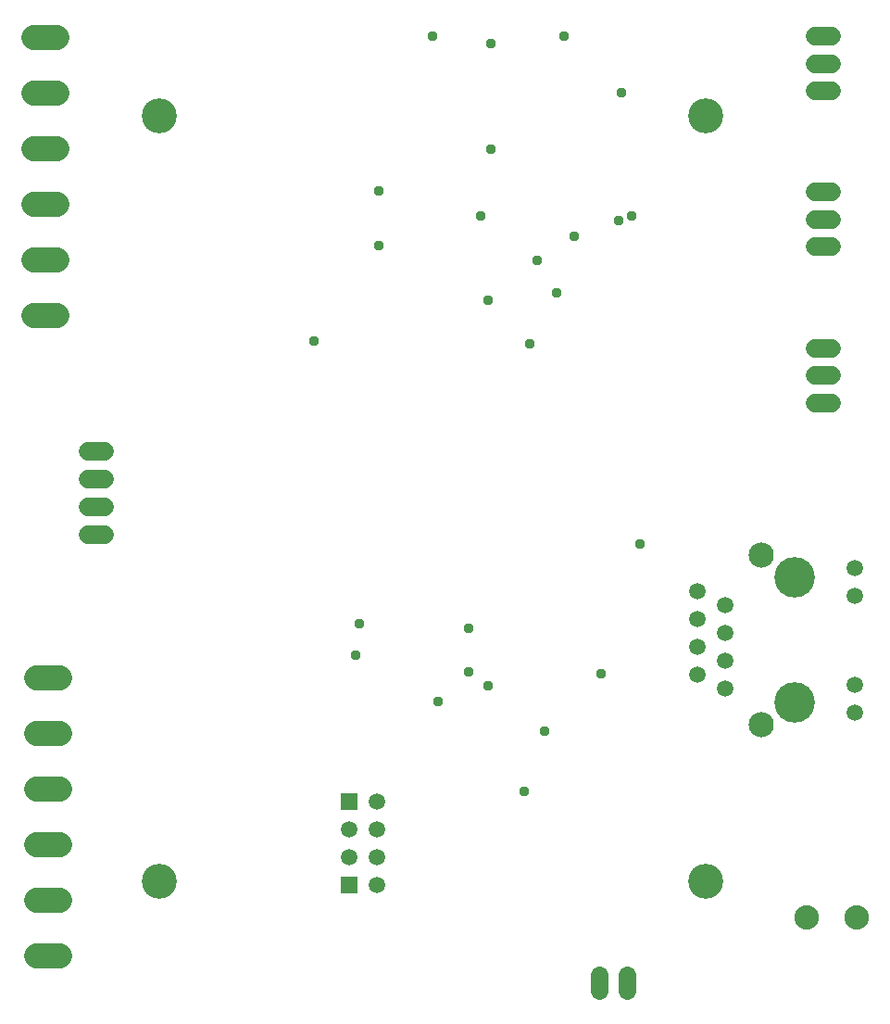
<source format=gbr>
G04 EAGLE Gerber RS-274X export*
G75*
%MOMM*%
%FSLAX34Y34*%
%LPD*%
%AMOC8*
5,1,8,0,0,1.08239X$1,22.5*%
G01*
%ADD10C,3.203200*%
%ADD11C,2.235200*%
%ADD12C,1.625600*%
%ADD13C,1.727200*%
%ADD14R,1.511200X1.511200*%
%ADD15C,1.511200*%
%ADD16C,2.298700*%
%ADD17C,2.303200*%
%ADD18C,3.703200*%
%ADD19C,0.959600*%


D10*
X172500Y832500D03*
X672500Y832500D03*
X172500Y132500D03*
X672500Y132500D03*
D11*
X810000Y100000D03*
X764280Y100000D03*
D12*
X600200Y47112D02*
X600200Y32888D01*
X574800Y32888D02*
X574800Y47112D01*
D13*
X772380Y620000D02*
X787620Y620000D01*
X787620Y595000D02*
X772380Y595000D01*
X772380Y570000D02*
X787620Y570000D01*
X787620Y762500D02*
X772380Y762500D01*
X772380Y737500D02*
X787620Y737500D01*
X787620Y712500D02*
X772380Y712500D01*
D14*
X346375Y129250D03*
X346375Y205450D03*
D15*
X346375Y154650D03*
X346375Y180050D03*
X371775Y180050D03*
X371775Y154650D03*
X371775Y129250D03*
X371775Y205450D03*
D16*
X78778Y904500D02*
X57823Y904500D01*
X57823Y853700D02*
X78778Y853700D01*
X78778Y650500D02*
X57823Y650500D01*
X57823Y802900D02*
X78778Y802900D01*
X78778Y752100D02*
X57823Y752100D01*
X57823Y701300D02*
X78778Y701300D01*
X81278Y319500D02*
X60323Y319500D01*
X60323Y268700D02*
X81278Y268700D01*
X81278Y65500D02*
X60323Y65500D01*
X60323Y217900D02*
X81278Y217900D01*
X81278Y167100D02*
X60323Y167100D01*
X60323Y116300D02*
X81278Y116300D01*
D13*
X772380Y905000D02*
X787620Y905000D01*
X787620Y880000D02*
X772380Y880000D01*
X772380Y855000D02*
X787620Y855000D01*
D17*
X722700Y275750D03*
X722700Y430650D03*
D15*
X808400Y419450D03*
X808400Y394050D03*
X808400Y312350D03*
X808400Y286950D03*
X664300Y397600D03*
X664300Y372200D03*
X664300Y346800D03*
X664300Y321400D03*
X689700Y385000D03*
X689700Y359600D03*
X689700Y334200D03*
X689700Y308800D03*
D18*
X753000Y296200D03*
X753000Y410200D03*
D13*
X122620Y449400D02*
X107380Y449400D01*
X107380Y474800D02*
X122620Y474800D01*
X122620Y500200D02*
X107380Y500200D01*
X107380Y525600D02*
X122620Y525600D01*
D19*
X373503Y713330D03*
X373503Y763334D03*
X511271Y623526D03*
X355134Y368401D03*
X592911Y736801D03*
X352073Y339827D03*
X604136Y740883D03*
X422487Y905184D03*
X518414Y700063D03*
X473512Y663325D03*
X466369Y740883D03*
X475553Y802113D03*
X475553Y898040D03*
X427590Y296966D03*
X455143Y324519D03*
X506168Y215326D03*
X455143Y364319D03*
X612300Y440856D03*
X473512Y311253D03*
X576583Y322478D03*
X524537Y270433D03*
X552091Y722514D03*
X542906Y905184D03*
X314314Y626587D03*
X594952Y853138D03*
X535763Y670469D03*
M02*

</source>
